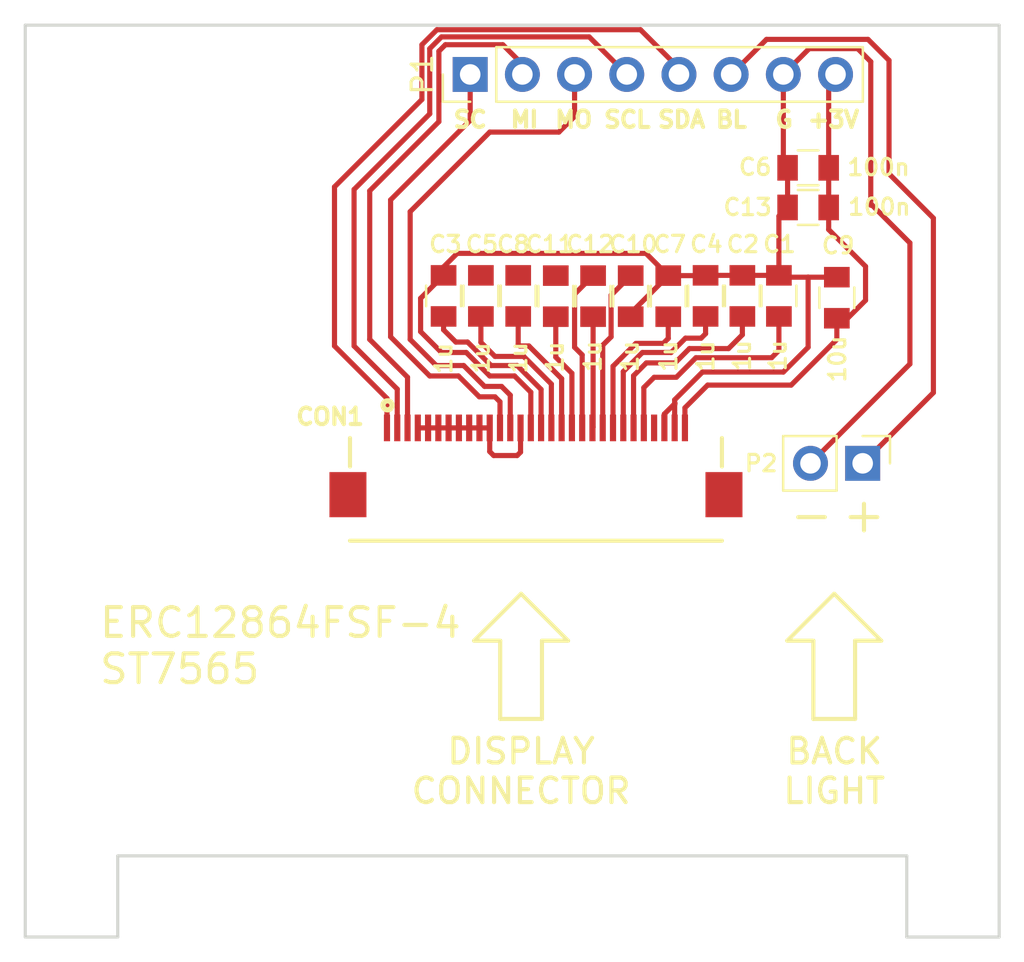
<source format=kicad_pcb>
(kicad_pcb (version 4) (host pcbnew 4.0.7-e2-6376~61~ubuntu18.04.1)

  (general
    (links 45)
    (no_connects 3)
    (area 134.544999 50.724999 182.095001 95.276301)
    (thickness 1.6)
    (drawings 35)
    (tracks 186)
    (zones 0)
    (modules 20)
    (nets 21)
  )

  (page A4)
  (title_block
    (title pulseox-breakout-lcd-pcb)
    (date 2018-07-18)
    (rev 2.1)
    (company IRNAS)
  )

  (layers
    (0 F.Cu signal)
    (31 B.Cu signal)
    (32 B.Adhes user)
    (33 F.Adhes user)
    (34 B.Paste user)
    (35 F.Paste user)
    (36 B.SilkS user)
    (37 F.SilkS user)
    (38 B.Mask user)
    (39 F.Mask user)
    (40 Dwgs.User user)
    (41 Cmts.User user)
    (42 Eco1.User user)
    (43 Eco2.User user)
    (44 Edge.Cuts user)
    (45 Margin user hide)
    (46 B.CrtYd user hide)
    (47 F.CrtYd user hide)
    (48 B.Fab user hide)
    (49 F.Fab user hide)
  )

  (setup
    (last_trace_width 0.25)
    (trace_clearance 0.1)
    (zone_clearance 0.508)
    (zone_45_only no)
    (trace_min 0.2)
    (segment_width 0.2)
    (edge_width 0.15)
    (via_size 0.6)
    (via_drill 0.4)
    (via_min_size 0.4)
    (via_min_drill 0.3)
    (uvia_size 0.3)
    (uvia_drill 0.1)
    (uvias_allowed no)
    (uvia_min_size 0.2)
    (uvia_min_drill 0.1)
    (pcb_text_width 0.3)
    (pcb_text_size 1.5 1.5)
    (mod_edge_width 0.15)
    (mod_text_size 1 1)
    (mod_text_width 0.15)
    (pad_size 1.7 1.7)
    (pad_drill 1)
    (pad_to_mask_clearance 0.2)
    (aux_axis_origin 0 0)
    (visible_elements FFFFFF7F)
    (pcbplotparams
      (layerselection 0x00030_80000001)
      (usegerberextensions false)
      (excludeedgelayer true)
      (linewidth 0.100000)
      (plotframeref false)
      (viasonmask false)
      (mode 1)
      (useauxorigin false)
      (hpglpennumber 1)
      (hpglpenspeed 20)
      (hpglpendiameter 15)
      (hpglpenoverlay 2)
      (psnegative false)
      (psa4output false)
      (plotreference true)
      (plotvalue true)
      (plotinvisibletext false)
      (padsonsilk false)
      (subtractmaskfromsilk false)
      (outputformat 1)
      (mirror false)
      (drillshape 1)
      (scaleselection 1)
      (outputdirectory ""))
  )

  (net 0 "")
  (net 1 PA10/SDA)
  (net 2 PA9/SCL)
  (net 3 PA6/MISO)
  (net 4 +3V3)
  (net 5 PA5/SCK)
  (net 6 PA7/MOSI)
  (net 7 GND)
  (net 8 "Net-(C3-Pad2)")
  (net 9 "Net-(C5-Pad2)")
  (net 10 "Net-(C8-Pad2)")
  (net 11 "Net-(C11-Pad2)")
  (net 12 "Net-(C12-Pad1)")
  (net 13 "Net-(C12-Pad2)")
  (net 14 "Net-(C10-Pad2)")
  (net 15 "Net-(C7-Pad2)")
  (net 16 "Net-(C4-Pad2)")
  (net 17 "Net-(C2-Pad2)")
  (net 18 "Net-(C1-Pad2)")
  (net 19 B_LIGHT)
  (net 20 "Net-(C11-Pad1)")

  (net_class Default "This is the default net class."
    (clearance 0.1)
    (trace_width 0.25)
    (via_dia 0.6)
    (via_drill 0.4)
    (uvia_dia 0.3)
    (uvia_drill 0.1)
    (add_net +3V3)
    (add_net B_LIGHT)
    (add_net GND)
    (add_net "Net-(C1-Pad2)")
    (add_net "Net-(C10-Pad2)")
    (add_net "Net-(C11-Pad1)")
    (add_net "Net-(C11-Pad2)")
    (add_net "Net-(C12-Pad1)")
    (add_net "Net-(C12-Pad2)")
    (add_net "Net-(C2-Pad2)")
    (add_net "Net-(C3-Pad2)")
    (add_net "Net-(C4-Pad2)")
    (add_net "Net-(C5-Pad2)")
    (add_net "Net-(C7-Pad2)")
    (add_net "Net-(C8-Pad2)")
    (add_net PA10/SDA)
    (add_net PA5/SCK)
    (add_net PA6/MISO)
    (add_net PA7/MOSI)
    (add_net PA9/SCL)
  )

  (module "FH12-30S-0.5SH(55):FH12-30S-0.5SH(55)" (layer F.Cu) (tedit 5B4EFA00) (tstamp 5B4EF552)
    (at 159.4739 70.9041)
    (descr "FH12-30S-0.5SH(55)")
    (tags Connector)
    (path /5B4DBBF6)
    (attr smd)
    (fp_text reference CON1 (at -10.0203 -1.0414) (layer F.SilkS)
      (effects (font (size 0.8 0.8) (thickness 0.2)))
    )
    (fp_text value P3 (at -0.483 2.408) (layer F.SilkS) hide
      (effects (font (size 1.27 1.27) (thickness 0.254)))
    )
    (fp_line (start -9.05 0) (end 9.05 0) (layer Dwgs.User) (width 0.2))
    (fp_line (start 9.05 0) (end 9.05 5) (layer Dwgs.User) (width 0.2))
    (fp_line (start 9.05 5) (end -9.05 5) (layer Dwgs.User) (width 0.2))
    (fp_line (start -9.05 5) (end -9.05 0) (layer Dwgs.User) (width 0.2))
    (fp_line (start -9.05 5) (end 9.05 5) (layer F.SilkS) (width 0.2))
    (fp_line (start -9.05 0) (end -9.05 1.385) (layer F.SilkS) (width 0.2))
    (fp_line (start 9.05 0) (end 9.05 1.385) (layer F.SilkS) (width 0.2))
    (fp_circle (center -7.223 -1.593) (end -7.31591 -1.593) (layer F.SilkS) (width 0.254))
    (pad 1 smd rect (at -7.25 -0.493) (size 0.3 1.3) (layers F.Cu F.Paste F.Mask)
      (net 1 PA10/SDA))
    (pad 2 smd rect (at -6.75 -0.493) (size 0.3 1.3) (layers F.Cu F.Paste F.Mask)
      (net 2 PA9/SCL))
    (pad 3 smd rect (at -6.25 -0.493) (size 0.3 1.3) (layers F.Cu F.Paste F.Mask)
      (net 3 PA6/MISO))
    (pad 4 smd rect (at -5.75 -0.493) (size 0.3 1.3) (layers F.Cu F.Paste F.Mask)
      (net 4 +3V3))
    (pad 5 smd rect (at -5.25 -0.493) (size 0.3 1.3) (layers F.Cu F.Paste F.Mask)
      (net 4 +3V3))
    (pad 6 smd rect (at -4.75 -0.493) (size 0.3 1.3) (layers F.Cu F.Paste F.Mask)
      (net 4 +3V3))
    (pad 7 smd rect (at -4.25 -0.493) (size 0.3 1.3) (layers F.Cu F.Paste F.Mask)
      (net 4 +3V3))
    (pad 8 smd rect (at -3.75 -0.493) (size 0.3 1.3) (layers F.Cu F.Paste F.Mask)
      (net 4 +3V3))
    (pad 9 smd rect (at -3.25 -0.493) (size 0.3 1.3) (layers F.Cu F.Paste F.Mask)
      (net 4 +3V3))
    (pad 10 smd rect (at -2.75 -0.493) (size 0.3 1.3) (layers F.Cu F.Paste F.Mask)
      (net 4 +3V3))
    (pad 11 smd rect (at -2.25 -0.493) (size 0.3 1.3) (layers F.Cu F.Paste F.Mask)
      (net 4 +3V3))
    (pad 12 smd rect (at -1.75 -0.493) (size 0.3 1.3) (layers F.Cu F.Paste F.Mask)
      (net 5 PA5/SCK))
    (pad 13 smd rect (at -1.25 -0.493) (size 0.3 1.3) (layers F.Cu F.Paste F.Mask)
      (net 6 PA7/MOSI))
    (pad 14 smd rect (at -0.75 -0.493) (size 0.3 1.3) (layers F.Cu F.Paste F.Mask)
      (net 4 +3V3))
    (pad 15 smd rect (at -0.25 -0.493) (size 0.3 1.3) (layers F.Cu F.Paste F.Mask)
      (net 7 GND))
    (pad 16 smd rect (at 0.25 -0.493) (size 0.3 1.3) (layers F.Cu F.Paste F.Mask)
      (net 8 "Net-(C3-Pad2)"))
    (pad 17 smd rect (at 0.75 -0.493) (size 0.3 1.3) (layers F.Cu F.Paste F.Mask)
      (net 9 "Net-(C5-Pad2)"))
    (pad 18 smd rect (at 1.25 -0.493) (size 0.3 1.3) (layers F.Cu F.Paste F.Mask)
      (net 10 "Net-(C8-Pad2)"))
    (pad 19 smd rect (at 1.75 -0.493) (size 0.3 1.3) (layers F.Cu F.Paste F.Mask)
      (net 11 "Net-(C11-Pad2)"))
    (pad 20 smd rect (at 2.25 -0.493) (size 0.3 1.3) (layers F.Cu F.Paste F.Mask)
      (net 12 "Net-(C12-Pad1)"))
    (pad 21 smd rect (at 2.75 -0.493) (size 0.3 1.3) (layers F.Cu F.Paste F.Mask)
      (net 13 "Net-(C12-Pad2)"))
    (pad 22 smd rect (at 3.25 -0.493) (size 0.3 1.3) (layers F.Cu F.Paste F.Mask)
      (net 14 "Net-(C10-Pad2)"))
    (pad 23 smd rect (at 3.75 -0.493) (size 0.3 1.3) (layers F.Cu F.Paste F.Mask)
      (net 15 "Net-(C7-Pad2)"))
    (pad 24 smd rect (at 4.25 -0.493) (size 0.3 1.3) (layers F.Cu F.Paste F.Mask)
      (net 16 "Net-(C4-Pad2)"))
    (pad 25 smd rect (at 4.75 -0.493) (size 0.3 1.3) (layers F.Cu F.Paste F.Mask)
      (net 17 "Net-(C2-Pad2)"))
    (pad 26 smd rect (at 5.25 -0.493) (size 0.3 1.3) (layers F.Cu F.Paste F.Mask)
      (net 18 "Net-(C1-Pad2)"))
    (pad 27 smd rect (at 5.75 -0.493) (size 0.3 1.3) (layers F.Cu F.Paste F.Mask))
    (pad 28 smd rect (at 6.25 -0.493) (size 0.3 1.3) (layers F.Cu F.Paste F.Mask)
      (net 7 GND))
    (pad 29 smd rect (at 6.75 -0.493) (size 0.3 1.3) (layers F.Cu F.Paste F.Mask)
      (net 7 GND))
    (pad 30 smd rect (at 7.25 -0.493) (size 0.3 1.3) (layers F.Cu F.Paste F.Mask)
      (net 4 +3V3))
    (pad 31 smd rect (at -9.15 2.757) (size 1.8 2.2) (layers F.Cu F.Paste F.Mask))
    (pad 32 smd rect (at 9.15 2.757) (size 1.8 2.2) (layers F.Cu F.Paste F.Mask))
  )

  (module Mounting_Holes:MountingHole_3.2mm_M3 (layer F.Cu) (tedit 5B4EF469) (tstamp 5B4EF658)
    (at 179.7664 92.9534)
    (descr "Mounting Hole 3.2mm, no annular, M3")
    (tags "mounting hole 3.2mm no annular m3")
    (path /5B4F9153)
    (attr virtual)
    (fp_text reference MK4 (at 0 -4.2) (layer F.SilkS) hide
      (effects (font (size 1 1) (thickness 0.15)))
    )
    (fp_text value Mounting_Hole (at 0 4.2) (layer F.Fab) hide
      (effects (font (size 1 1) (thickness 0.15)))
    )
    (fp_text user %R (at 0.3 0) (layer F.Fab)
      (effects (font (size 1 1) (thickness 0.15)))
    )
    (fp_circle (center 0 0) (end 3.2 0) (layer Cmts.User) (width 0.15))
    (fp_circle (center 0 0) (end 3.45 0) (layer F.CrtYd) (width 0.05))
    (pad 1 np_thru_hole circle (at 0 0) (size 3.2 3.2) (drill 3.2) (layers *.Cu *.Mask))
  )

  (module Pin_Headers:Pin_Header_Straight_1x08_Pitch2.54mm (layer F.Cu) (tedit 5B4EF792) (tstamp 5B4EEEFA)
    (at 156.2735 53.2 90)
    (descr "Through hole straight pin header, 1x08, 2.54mm pitch, single row")
    (tags "Through hole pin header THT 1x08 2.54mm single row")
    (path /5B4F2FDF)
    (fp_text reference P1 (at 0 -2.33 90) (layer F.SilkS)
      (effects (font (size 1 1) (thickness 0.15)))
    )
    (fp_text value "Header 8" (at 0 20.11 90) (layer F.Fab) hide
      (effects (font (size 1 1) (thickness 0.15)))
    )
    (fp_line (start -0.635 -1.27) (end 1.27 -1.27) (layer F.Fab) (width 0.1))
    (fp_line (start 1.27 -1.27) (end 1.27 19.05) (layer F.Fab) (width 0.1))
    (fp_line (start 1.27 19.05) (end -1.27 19.05) (layer F.Fab) (width 0.1))
    (fp_line (start -1.27 19.05) (end -1.27 -0.635) (layer F.Fab) (width 0.1))
    (fp_line (start -1.27 -0.635) (end -0.635 -1.27) (layer F.Fab) (width 0.1))
    (fp_line (start -1.33 19.11) (end 1.33 19.11) (layer F.SilkS) (width 0.12))
    (fp_line (start -1.33 1.27) (end -1.33 19.11) (layer F.SilkS) (width 0.12))
    (fp_line (start 1.33 1.27) (end 1.33 19.11) (layer F.SilkS) (width 0.12))
    (fp_line (start -1.33 1.27) (end 1.33 1.27) (layer F.SilkS) (width 0.12))
    (fp_line (start -1.33 0) (end -1.33 -1.33) (layer F.SilkS) (width 0.12))
    (fp_line (start -1.33 -1.33) (end 0 -1.33) (layer F.SilkS) (width 0.12))
    (fp_line (start -1.8 -1.8) (end -1.8 19.55) (layer F.CrtYd) (width 0.05))
    (fp_line (start -1.8 19.55) (end 1.8 19.55) (layer F.CrtYd) (width 0.05))
    (fp_line (start 1.8 19.55) (end 1.8 -1.8) (layer F.CrtYd) (width 0.05))
    (fp_line (start 1.8 -1.8) (end -1.8 -1.8) (layer F.CrtYd) (width 0.05))
    (fp_text user %R (at 0 8.89 180) (layer F.Fab)
      (effects (font (size 1 1) (thickness 0.15)))
    )
    (pad 1 thru_hole rect (at 0 0 90) (size 1.7 1.7) (drill 1) (layers *.Cu *.Mask)
      (net 5 PA5/SCK))
    (pad 2 thru_hole oval (at 0 2.54 90) (size 1.7 1.7) (drill 1) (layers *.Cu *.Mask)
      (net 3 PA6/MISO))
    (pad 3 thru_hole oval (at 0 5.08 90) (size 1.7 1.7) (drill 1) (layers *.Cu *.Mask)
      (net 6 PA7/MOSI))
    (pad 4 thru_hole oval (at 0 7.62 90) (size 1.7 1.7) (drill 1) (layers *.Cu *.Mask)
      (net 2 PA9/SCL))
    (pad 5 thru_hole oval (at 0 10.16 90) (size 1.7 1.7) (drill 1) (layers *.Cu *.Mask)
      (net 1 PA10/SDA))
    (pad 6 thru_hole oval (at 0 12.7 90) (size 1.7 1.7) (drill 1) (layers *.Cu *.Mask)
      (net 19 B_LIGHT))
    (pad 7 thru_hole oval (at 0 15.24 90) (size 1.7 1.7) (drill 1) (layers *.Cu *.Mask)
      (net 7 GND))
    (pad 8 thru_hole oval (at 0 17.78 90) (size 1.7 1.7) (drill 1) (layers *.Cu *.Mask)
      (net 4 +3V3))
    (model ${KISYS3DMOD}/Pin_Headers.3dshapes/Pin_Header_Straight_1x08_Pitch2.54mm.wrl
      (at (xyz 0 0 0))
      (scale (xyz 1 1 1))
      (rotate (xyz 0 0 0))
    )
  )

  (module Pin_Headers:Pin_Header_Straight_1x02_Pitch2.54mm (layer F.Cu) (tedit 5B4EFE9E) (tstamp 5B4EEF10)
    (at 175.3743 72.136 270)
    (descr "Through hole straight pin header, 1x02, 2.54mm pitch, single row")
    (tags "Through hole pin header THT 1x02 2.54mm single row")
    (path /5B4F5200)
    (fp_text reference P2 (at 0 4.9403 360) (layer F.SilkS)
      (effects (font (size 0.8 0.8) (thickness 0.15)))
    )
    (fp_text value "Header 2" (at 0 4.87 270) (layer F.Fab) hide
      (effects (font (size 1 1) (thickness 0.15)))
    )
    (fp_line (start -0.635 -1.27) (end 1.27 -1.27) (layer F.Fab) (width 0.1))
    (fp_line (start 1.27 -1.27) (end 1.27 3.81) (layer F.Fab) (width 0.1))
    (fp_line (start 1.27 3.81) (end -1.27 3.81) (layer F.Fab) (width 0.1))
    (fp_line (start -1.27 3.81) (end -1.27 -0.635) (layer F.Fab) (width 0.1))
    (fp_line (start -1.27 -0.635) (end -0.635 -1.27) (layer F.Fab) (width 0.1))
    (fp_line (start -1.33 3.87) (end 1.33 3.87) (layer F.SilkS) (width 0.12))
    (fp_line (start -1.33 1.27) (end -1.33 3.87) (layer F.SilkS) (width 0.12))
    (fp_line (start 1.33 1.27) (end 1.33 3.87) (layer F.SilkS) (width 0.12))
    (fp_line (start -1.33 1.27) (end 1.33 1.27) (layer F.SilkS) (width 0.12))
    (fp_line (start -1.33 0) (end -1.33 -1.33) (layer F.SilkS) (width 0.12))
    (fp_line (start -1.33 -1.33) (end 0 -1.33) (layer F.SilkS) (width 0.12))
    (fp_line (start -1.8 -1.8) (end -1.8 4.35) (layer F.CrtYd) (width 0.05))
    (fp_line (start -1.8 4.35) (end 1.8 4.35) (layer F.CrtYd) (width 0.05))
    (fp_line (start 1.8 4.35) (end 1.8 -1.8) (layer F.CrtYd) (width 0.05))
    (fp_line (start 1.8 -1.8) (end -1.8 -1.8) (layer F.CrtYd) (width 0.05))
    (fp_text user %R (at 0 1.27 360) (layer F.Fab)
      (effects (font (size 1 1) (thickness 0.15)))
    )
    (pad 1 thru_hole rect (at 0 0 270) (size 1.7 1.7) (drill 1) (layers *.Cu *.Mask)
      (net 19 B_LIGHT))
    (pad 2 thru_hole oval (at 0 2.54 270) (size 1.7 1.7) (drill 1) (layers *.Cu *.Mask)
      (net 7 GND))
    (model ${KISYS3DMOD}/Pin_Headers.3dshapes/Pin_Header_Straight_1x02_Pitch2.54mm.wrl
      (at (xyz 0 0 0))
      (scale (xyz 1 1 1))
      (rotate (xyz 0 0 0))
    )
  )

  (module Capacitors_SMD:C_0805 (layer F.Cu) (tedit 5B4EFF0F) (tstamp 5B4EEF52)
    (at 171.2976 63.9826 270)
    (descr "Capacitor SMD 0805, reflow soldering, AVX (see smccp.pdf)")
    (tags "capacitor 0805")
    (path /5B4EEAE7)
    (attr smd)
    (fp_text reference C1 (at -2.5146 -0.0254 360) (layer F.SilkS)
      (effects (font (size 0.8 0.8) (thickness 0.15)))
    )
    (fp_text value 1u (at 2.9083 0.0508 270) (layer F.SilkS)
      (effects (font (size 0.8 0.8) (thickness 0.15)))
    )
    (fp_text user %R (at 0 -1.5 270) (layer F.Fab)
      (effects (font (size 1 1) (thickness 0.15)))
    )
    (fp_line (start -1 0.62) (end -1 -0.62) (layer F.Fab) (width 0.1))
    (fp_line (start 1 0.62) (end -1 0.62) (layer F.Fab) (width 0.1))
    (fp_line (start 1 -0.62) (end 1 0.62) (layer F.Fab) (width 0.1))
    (fp_line (start -1 -0.62) (end 1 -0.62) (layer F.Fab) (width 0.1))
    (fp_line (start 0.5 -0.85) (end -0.5 -0.85) (layer F.SilkS) (width 0.12))
    (fp_line (start -0.5 0.85) (end 0.5 0.85) (layer F.SilkS) (width 0.12))
    (fp_line (start -1.75 -0.88) (end 1.75 -0.88) (layer F.CrtYd) (width 0.05))
    (fp_line (start -1.75 -0.88) (end -1.75 0.87) (layer F.CrtYd) (width 0.05))
    (fp_line (start 1.75 0.87) (end 1.75 -0.88) (layer F.CrtYd) (width 0.05))
    (fp_line (start 1.75 0.87) (end -1.75 0.87) (layer F.CrtYd) (width 0.05))
    (pad 1 smd rect (at -1 0 270) (size 1 1.25) (layers F.Cu F.Paste F.Mask)
      (net 7 GND))
    (pad 2 smd rect (at 1 0 270) (size 1 1.25) (layers F.Cu F.Paste F.Mask)
      (net 18 "Net-(C1-Pad2)"))
    (model Capacitors_SMD.3dshapes/C_0805.wrl
      (at (xyz 0 0 0))
      (scale (xyz 1 1 1))
      (rotate (xyz 0 0 0))
    )
  )

  (module Capacitors_SMD:C_0805 (layer F.Cu) (tedit 5B4EFF0B) (tstamp 5B4EEF58)
    (at 169.5196 63.9826 270)
    (descr "Capacitor SMD 0805, reflow soldering, AVX (see smccp.pdf)")
    (tags "capacitor 0805")
    (path /5B4EEC3C)
    (attr smd)
    (fp_text reference C2 (at -2.5146 -0.0254 360) (layer F.SilkS)
      (effects (font (size 0.8 0.8) (thickness 0.15)))
    )
    (fp_text value 1u (at 2.9083 0.0127 270) (layer F.SilkS)
      (effects (font (size 0.8 0.8) (thickness 0.15)))
    )
    (fp_text user %R (at 0 -1.5 270) (layer F.Fab)
      (effects (font (size 1 1) (thickness 0.15)))
    )
    (fp_line (start -1 0.62) (end -1 -0.62) (layer F.Fab) (width 0.1))
    (fp_line (start 1 0.62) (end -1 0.62) (layer F.Fab) (width 0.1))
    (fp_line (start 1 -0.62) (end 1 0.62) (layer F.Fab) (width 0.1))
    (fp_line (start -1 -0.62) (end 1 -0.62) (layer F.Fab) (width 0.1))
    (fp_line (start 0.5 -0.85) (end -0.5 -0.85) (layer F.SilkS) (width 0.12))
    (fp_line (start -0.5 0.85) (end 0.5 0.85) (layer F.SilkS) (width 0.12))
    (fp_line (start -1.75 -0.88) (end 1.75 -0.88) (layer F.CrtYd) (width 0.05))
    (fp_line (start -1.75 -0.88) (end -1.75 0.87) (layer F.CrtYd) (width 0.05))
    (fp_line (start 1.75 0.87) (end 1.75 -0.88) (layer F.CrtYd) (width 0.05))
    (fp_line (start 1.75 0.87) (end -1.75 0.87) (layer F.CrtYd) (width 0.05))
    (pad 1 smd rect (at -1 0 270) (size 1 1.25) (layers F.Cu F.Paste F.Mask)
      (net 7 GND))
    (pad 2 smd rect (at 1 0 270) (size 1 1.25) (layers F.Cu F.Paste F.Mask)
      (net 17 "Net-(C2-Pad2)"))
    (model Capacitors_SMD.3dshapes/C_0805.wrl
      (at (xyz 0 0 0))
      (scale (xyz 1 1 1))
      (rotate (xyz 0 0 0))
    )
  )

  (module Capacitors_SMD:C_0805 (layer F.Cu) (tedit 5B4EFEFA) (tstamp 5B4EEF5E)
    (at 154.9781 63.9826 270)
    (descr "Capacitor SMD 0805, reflow soldering, AVX (see smccp.pdf)")
    (tags "capacitor 0805")
    (path /5B4F04D7)
    (attr smd)
    (fp_text reference C3 (at -2.5146 -0.0889 360) (layer F.SilkS)
      (effects (font (size 0.8 0.8) (thickness 0.15)))
    )
    (fp_text value 1u (at 3.048 0 270) (layer F.SilkS)
      (effects (font (size 0.8 0.8) (thickness 0.15)))
    )
    (fp_text user %R (at 0 -1.5 270) (layer F.Fab)
      (effects (font (size 1 1) (thickness 0.15)))
    )
    (fp_line (start -1 0.62) (end -1 -0.62) (layer F.Fab) (width 0.1))
    (fp_line (start 1 0.62) (end -1 0.62) (layer F.Fab) (width 0.1))
    (fp_line (start 1 -0.62) (end 1 0.62) (layer F.Fab) (width 0.1))
    (fp_line (start -1 -0.62) (end 1 -0.62) (layer F.Fab) (width 0.1))
    (fp_line (start 0.5 -0.85) (end -0.5 -0.85) (layer F.SilkS) (width 0.12))
    (fp_line (start -0.5 0.85) (end 0.5 0.85) (layer F.SilkS) (width 0.12))
    (fp_line (start -1.75 -0.88) (end 1.75 -0.88) (layer F.CrtYd) (width 0.05))
    (fp_line (start -1.75 -0.88) (end -1.75 0.87) (layer F.CrtYd) (width 0.05))
    (fp_line (start 1.75 0.87) (end 1.75 -0.88) (layer F.CrtYd) (width 0.05))
    (fp_line (start 1.75 0.87) (end -1.75 0.87) (layer F.CrtYd) (width 0.05))
    (pad 1 smd rect (at -1 0 270) (size 1 1.25) (layers F.Cu F.Paste F.Mask)
      (net 7 GND))
    (pad 2 smd rect (at 1 0 270) (size 1 1.25) (layers F.Cu F.Paste F.Mask)
      (net 8 "Net-(C3-Pad2)"))
    (model Capacitors_SMD.3dshapes/C_0805.wrl
      (at (xyz 0 0 0))
      (scale (xyz 1 1 1))
      (rotate (xyz 0 0 0))
    )
  )

  (module Capacitors_SMD:C_0805 (layer F.Cu) (tedit 5B4EFF09) (tstamp 5B4EEF64)
    (at 167.7289 63.9826 270)
    (descr "Capacitor SMD 0805, reflow soldering, AVX (see smccp.pdf)")
    (tags "capacitor 0805")
    (path /5B4EECA4)
    (attr smd)
    (fp_text reference C4 (at -2.5146 -0.0381 360) (layer F.SilkS)
      (effects (font (size 0.8 0.8) (thickness 0.15)))
    )
    (fp_text value 1u (at 2.9337 0 270) (layer F.SilkS)
      (effects (font (size 0.8 0.8) (thickness 0.15)))
    )
    (fp_text user %R (at 0 -1.5 270) (layer F.Fab)
      (effects (font (size 1 1) (thickness 0.15)))
    )
    (fp_line (start -1 0.62) (end -1 -0.62) (layer F.Fab) (width 0.1))
    (fp_line (start 1 0.62) (end -1 0.62) (layer F.Fab) (width 0.1))
    (fp_line (start 1 -0.62) (end 1 0.62) (layer F.Fab) (width 0.1))
    (fp_line (start -1 -0.62) (end 1 -0.62) (layer F.Fab) (width 0.1))
    (fp_line (start 0.5 -0.85) (end -0.5 -0.85) (layer F.SilkS) (width 0.12))
    (fp_line (start -0.5 0.85) (end 0.5 0.85) (layer F.SilkS) (width 0.12))
    (fp_line (start -1.75 -0.88) (end 1.75 -0.88) (layer F.CrtYd) (width 0.05))
    (fp_line (start -1.75 -0.88) (end -1.75 0.87) (layer F.CrtYd) (width 0.05))
    (fp_line (start 1.75 0.87) (end 1.75 -0.88) (layer F.CrtYd) (width 0.05))
    (fp_line (start 1.75 0.87) (end -1.75 0.87) (layer F.CrtYd) (width 0.05))
    (pad 1 smd rect (at -1 0 270) (size 1 1.25) (layers F.Cu F.Paste F.Mask)
      (net 7 GND))
    (pad 2 smd rect (at 1 0 270) (size 1 1.25) (layers F.Cu F.Paste F.Mask)
      (net 16 "Net-(C4-Pad2)"))
    (model Capacitors_SMD.3dshapes/C_0805.wrl
      (at (xyz 0 0 0))
      (scale (xyz 1 1 1))
      (rotate (xyz 0 0 0))
    )
  )

  (module Capacitors_SMD:C_0805 (layer F.Cu) (tedit 5B4EFEFC) (tstamp 5B4EEF6A)
    (at 156.7942 63.9826 270)
    (descr "Capacitor SMD 0805, reflow soldering, AVX (see smccp.pdf)")
    (tags "capacitor 0805")
    (path /5B4EFF11)
    (attr smd)
    (fp_text reference C5 (at -2.5146 -0.0508 360) (layer F.SilkS)
      (effects (font (size 0.8 0.8) (thickness 0.15)))
    )
    (fp_text value 1u (at 3.0226 0 270) (layer F.SilkS)
      (effects (font (size 0.8 0.8) (thickness 0.15)))
    )
    (fp_text user %R (at 0 -1.5 270) (layer F.Fab)
      (effects (font (size 1 1) (thickness 0.15)))
    )
    (fp_line (start -1 0.62) (end -1 -0.62) (layer F.Fab) (width 0.1))
    (fp_line (start 1 0.62) (end -1 0.62) (layer F.Fab) (width 0.1))
    (fp_line (start 1 -0.62) (end 1 0.62) (layer F.Fab) (width 0.1))
    (fp_line (start -1 -0.62) (end 1 -0.62) (layer F.Fab) (width 0.1))
    (fp_line (start 0.5 -0.85) (end -0.5 -0.85) (layer F.SilkS) (width 0.12))
    (fp_line (start -0.5 0.85) (end 0.5 0.85) (layer F.SilkS) (width 0.12))
    (fp_line (start -1.75 -0.88) (end 1.75 -0.88) (layer F.CrtYd) (width 0.05))
    (fp_line (start -1.75 -0.88) (end -1.75 0.87) (layer F.CrtYd) (width 0.05))
    (fp_line (start 1.75 0.87) (end 1.75 -0.88) (layer F.CrtYd) (width 0.05))
    (fp_line (start 1.75 0.87) (end -1.75 0.87) (layer F.CrtYd) (width 0.05))
    (pad 1 smd rect (at -1 0 270) (size 1 1.25) (layers F.Cu F.Paste F.Mask)
      (net 20 "Net-(C11-Pad1)"))
    (pad 2 smd rect (at 1 0 270) (size 1 1.25) (layers F.Cu F.Paste F.Mask)
      (net 9 "Net-(C5-Pad2)"))
    (model Capacitors_SMD.3dshapes/C_0805.wrl
      (at (xyz 0 0 0))
      (scale (xyz 1 1 1))
      (rotate (xyz 0 0 0))
    )
  )

  (module Capacitors_SMD:C_0805 (layer F.Cu) (tedit 5B4EFA32) (tstamp 5B4EEF70)
    (at 172.72 57.7469)
    (descr "Capacitor SMD 0805, reflow soldering, AVX (see smccp.pdf)")
    (tags "capacitor 0805")
    (path /5B4F1657)
    (attr smd)
    (fp_text reference C6 (at -2.5781 -0.0381) (layer F.SilkS)
      (effects (font (size 0.8 0.8) (thickness 0.15)))
    )
    (fp_text value 100n (at 3.429 -0.0254) (layer F.SilkS)
      (effects (font (size 0.8 0.8) (thickness 0.15)))
    )
    (fp_text user %R (at 0 -1.5) (layer F.Fab)
      (effects (font (size 1 1) (thickness 0.15)))
    )
    (fp_line (start -1 0.62) (end -1 -0.62) (layer F.Fab) (width 0.1))
    (fp_line (start 1 0.62) (end -1 0.62) (layer F.Fab) (width 0.1))
    (fp_line (start 1 -0.62) (end 1 0.62) (layer F.Fab) (width 0.1))
    (fp_line (start -1 -0.62) (end 1 -0.62) (layer F.Fab) (width 0.1))
    (fp_line (start 0.5 -0.85) (end -0.5 -0.85) (layer F.SilkS) (width 0.12))
    (fp_line (start -0.5 0.85) (end 0.5 0.85) (layer F.SilkS) (width 0.12))
    (fp_line (start -1.75 -0.88) (end 1.75 -0.88) (layer F.CrtYd) (width 0.05))
    (fp_line (start -1.75 -0.88) (end -1.75 0.87) (layer F.CrtYd) (width 0.05))
    (fp_line (start 1.75 0.87) (end 1.75 -0.88) (layer F.CrtYd) (width 0.05))
    (fp_line (start 1.75 0.87) (end -1.75 0.87) (layer F.CrtYd) (width 0.05))
    (pad 1 smd rect (at -1 0) (size 1 1.25) (layers F.Cu F.Paste F.Mask)
      (net 7 GND))
    (pad 2 smd rect (at 1 0) (size 1 1.25) (layers F.Cu F.Paste F.Mask)
      (net 4 +3V3))
    (model Capacitors_SMD.3dshapes/C_0805.wrl
      (at (xyz 0 0 0))
      (scale (xyz 1 1 1))
      (rotate (xyz 0 0 0))
    )
  )

  (module Capacitors_SMD:C_0805 (layer F.Cu) (tedit 5B4EFF06) (tstamp 5B4EEF76)
    (at 165.9128 63.9953 270)
    (descr "Capacitor SMD 0805, reflow soldering, AVX (see smccp.pdf)")
    (tags "capacitor 0805")
    (path /5B4EECFC)
    (attr smd)
    (fp_text reference C7 (at -2.5273 -0.0762 360) (layer F.SilkS)
      (effects (font (size 0.8 0.8) (thickness 0.15)))
    )
    (fp_text value 1u (at 2.921 -0.0127 270) (layer F.SilkS)
      (effects (font (size 0.8 0.8) (thickness 0.15)))
    )
    (fp_text user %R (at 0 -1.5 270) (layer F.Fab)
      (effects (font (size 1 1) (thickness 0.15)))
    )
    (fp_line (start -1 0.62) (end -1 -0.62) (layer F.Fab) (width 0.1))
    (fp_line (start 1 0.62) (end -1 0.62) (layer F.Fab) (width 0.1))
    (fp_line (start 1 -0.62) (end 1 0.62) (layer F.Fab) (width 0.1))
    (fp_line (start -1 -0.62) (end 1 -0.62) (layer F.Fab) (width 0.1))
    (fp_line (start 0.5 -0.85) (end -0.5 -0.85) (layer F.SilkS) (width 0.12))
    (fp_line (start -0.5 0.85) (end 0.5 0.85) (layer F.SilkS) (width 0.12))
    (fp_line (start -1.75 -0.88) (end 1.75 -0.88) (layer F.CrtYd) (width 0.05))
    (fp_line (start -1.75 -0.88) (end -1.75 0.87) (layer F.CrtYd) (width 0.05))
    (fp_line (start 1.75 0.87) (end 1.75 -0.88) (layer F.CrtYd) (width 0.05))
    (fp_line (start 1.75 0.87) (end -1.75 0.87) (layer F.CrtYd) (width 0.05))
    (pad 1 smd rect (at -1 0 270) (size 1 1.25) (layers F.Cu F.Paste F.Mask)
      (net 7 GND))
    (pad 2 smd rect (at 1 0 270) (size 1 1.25) (layers F.Cu F.Paste F.Mask)
      (net 15 "Net-(C7-Pad2)"))
    (model Capacitors_SMD.3dshapes/C_0805.wrl
      (at (xyz 0 0 0))
      (scale (xyz 1 1 1))
      (rotate (xyz 0 0 0))
    )
  )

  (module Capacitors_SMD:C_0805 (layer F.Cu) (tedit 5B4EFEFE) (tstamp 5B4EEF7C)
    (at 158.6103 63.9826 270)
    (descr "Capacitor SMD 0805, reflow soldering, AVX (see smccp.pdf)")
    (tags "capacitor 0805")
    (path /5B4EFBC4)
    (attr smd)
    (fp_text reference C8 (at -2.5146 0.2413 360) (layer F.SilkS)
      (effects (font (size 0.8 0.8) (thickness 0.15)))
    )
    (fp_text value 1u (at 3.0099 -0.0127 270) (layer F.SilkS)
      (effects (font (size 0.8 0.8) (thickness 0.15)))
    )
    (fp_text user %R (at 0 -1.5 270) (layer F.Fab)
      (effects (font (size 1 1) (thickness 0.15)))
    )
    (fp_line (start -1 0.62) (end -1 -0.62) (layer F.Fab) (width 0.1))
    (fp_line (start 1 0.62) (end -1 0.62) (layer F.Fab) (width 0.1))
    (fp_line (start 1 -0.62) (end 1 0.62) (layer F.Fab) (width 0.1))
    (fp_line (start -1 -0.62) (end 1 -0.62) (layer F.Fab) (width 0.1))
    (fp_line (start 0.5 -0.85) (end -0.5 -0.85) (layer F.SilkS) (width 0.12))
    (fp_line (start -0.5 0.85) (end 0.5 0.85) (layer F.SilkS) (width 0.12))
    (fp_line (start -1.75 -0.88) (end 1.75 -0.88) (layer F.CrtYd) (width 0.05))
    (fp_line (start -1.75 -0.88) (end -1.75 0.87) (layer F.CrtYd) (width 0.05))
    (fp_line (start 1.75 0.87) (end 1.75 -0.88) (layer F.CrtYd) (width 0.05))
    (fp_line (start 1.75 0.87) (end -1.75 0.87) (layer F.CrtYd) (width 0.05))
    (pad 1 smd rect (at -1 0 270) (size 1 1.25) (layers F.Cu F.Paste F.Mask)
      (net 20 "Net-(C11-Pad1)"))
    (pad 2 smd rect (at 1 0 270) (size 1 1.25) (layers F.Cu F.Paste F.Mask)
      (net 10 "Net-(C8-Pad2)"))
    (model Capacitors_SMD.3dshapes/C_0805.wrl
      (at (xyz 0 0 0))
      (scale (xyz 1 1 1))
      (rotate (xyz 0 0 0))
    )
  )

  (module Capacitors_SMD:C_0805 (layer F.Cu) (tedit 5B4EFF11) (tstamp 5B4EEF82)
    (at 174.117 64.0715 270)
    (descr "Capacitor SMD 0805, reflow soldering, AVX (see smccp.pdf)")
    (tags "capacitor 0805")
    (path /5B4F1524)
    (attr smd)
    (fp_text reference C9 (at -2.54 -0.0635 360) (layer F.SilkS)
      (effects (font (size 0.8 0.8) (thickness 0.15)))
    )
    (fp_text value 10u (at 2.9845 -0.0254 270) (layer F.SilkS)
      (effects (font (size 0.8 0.8) (thickness 0.15)))
    )
    (fp_text user %R (at 0 -1.5 270) (layer F.Fab)
      (effects (font (size 1 1) (thickness 0.15)))
    )
    (fp_line (start -1 0.62) (end -1 -0.62) (layer F.Fab) (width 0.1))
    (fp_line (start 1 0.62) (end -1 0.62) (layer F.Fab) (width 0.1))
    (fp_line (start 1 -0.62) (end 1 0.62) (layer F.Fab) (width 0.1))
    (fp_line (start -1 -0.62) (end 1 -0.62) (layer F.Fab) (width 0.1))
    (fp_line (start 0.5 -0.85) (end -0.5 -0.85) (layer F.SilkS) (width 0.12))
    (fp_line (start -0.5 0.85) (end 0.5 0.85) (layer F.SilkS) (width 0.12))
    (fp_line (start -1.75 -0.88) (end 1.75 -0.88) (layer F.CrtYd) (width 0.05))
    (fp_line (start -1.75 -0.88) (end -1.75 0.87) (layer F.CrtYd) (width 0.05))
    (fp_line (start 1.75 0.87) (end 1.75 -0.88) (layer F.CrtYd) (width 0.05))
    (fp_line (start 1.75 0.87) (end -1.75 0.87) (layer F.CrtYd) (width 0.05))
    (pad 1 smd rect (at -1 0 270) (size 1 1.25) (layers F.Cu F.Paste F.Mask)
      (net 7 GND))
    (pad 2 smd rect (at 1 0 270) (size 1 1.25) (layers F.Cu F.Paste F.Mask)
      (net 4 +3V3))
    (model Capacitors_SMD.3dshapes/C_0805.wrl
      (at (xyz 0 0 0))
      (scale (xyz 1 1 1))
      (rotate (xyz 0 0 0))
    )
  )

  (module Capacitors_SMD:C_0805 (layer F.Cu) (tedit 5B4EFF04) (tstamp 5B4EEF88)
    (at 164.084 63.9953 90)
    (descr "Capacitor SMD 0805, reflow soldering, AVX (see smccp.pdf)")
    (tags "capacitor 0805")
    (path /5B4EED23)
    (attr smd)
    (fp_text reference C10 (at 2.5273 0.127 180) (layer F.SilkS)
      (effects (font (size 0.8 0.8) (thickness 0.15)))
    )
    (fp_text value 1u (at -2.9337 -0.0381 90) (layer F.SilkS)
      (effects (font (size 0.8 0.8) (thickness 0.15)))
    )
    (fp_text user %R (at 0 -1.5 90) (layer F.Fab)
      (effects (font (size 1 1) (thickness 0.15)))
    )
    (fp_line (start -1 0.62) (end -1 -0.62) (layer F.Fab) (width 0.1))
    (fp_line (start 1 0.62) (end -1 0.62) (layer F.Fab) (width 0.1))
    (fp_line (start 1 -0.62) (end 1 0.62) (layer F.Fab) (width 0.1))
    (fp_line (start -1 -0.62) (end 1 -0.62) (layer F.Fab) (width 0.1))
    (fp_line (start 0.5 -0.85) (end -0.5 -0.85) (layer F.SilkS) (width 0.12))
    (fp_line (start -0.5 0.85) (end 0.5 0.85) (layer F.SilkS) (width 0.12))
    (fp_line (start -1.75 -0.88) (end 1.75 -0.88) (layer F.CrtYd) (width 0.05))
    (fp_line (start -1.75 -0.88) (end -1.75 0.87) (layer F.CrtYd) (width 0.05))
    (fp_line (start 1.75 0.87) (end 1.75 -0.88) (layer F.CrtYd) (width 0.05))
    (fp_line (start 1.75 0.87) (end -1.75 0.87) (layer F.CrtYd) (width 0.05))
    (pad 1 smd rect (at -1 0 90) (size 1 1.25) (layers F.Cu F.Paste F.Mask)
      (net 7 GND))
    (pad 2 smd rect (at 1 0 90) (size 1 1.25) (layers F.Cu F.Paste F.Mask)
      (net 14 "Net-(C10-Pad2)"))
    (model Capacitors_SMD.3dshapes/C_0805.wrl
      (at (xyz 0 0 0))
      (scale (xyz 1 1 1))
      (rotate (xyz 0 0 0))
    )
  )

  (module Capacitors_SMD:C_0805 (layer F.Cu) (tedit 5B4EFF01) (tstamp 5B4EEF8E)
    (at 160.4391 63.9953 270)
    (descr "Capacitor SMD 0805, reflow soldering, AVX (see smccp.pdf)")
    (tags "capacitor 0805")
    (path /5B4EF839)
    (attr smd)
    (fp_text reference C11 (at -2.5273 0.2921 360) (layer F.SilkS)
      (effects (font (size 0.8 0.8) (thickness 0.15)))
    )
    (fp_text value 1u (at 2.9718 0.0381 270) (layer F.SilkS)
      (effects (font (size 0.8 0.8) (thickness 0.15)))
    )
    (fp_text user %R (at 0 -1.5 270) (layer F.Fab)
      (effects (font (size 1 1) (thickness 0.15)))
    )
    (fp_line (start -1 0.62) (end -1 -0.62) (layer F.Fab) (width 0.1))
    (fp_line (start 1 0.62) (end -1 0.62) (layer F.Fab) (width 0.1))
    (fp_line (start 1 -0.62) (end 1 0.62) (layer F.Fab) (width 0.1))
    (fp_line (start -1 -0.62) (end 1 -0.62) (layer F.Fab) (width 0.1))
    (fp_line (start 0.5 -0.85) (end -0.5 -0.85) (layer F.SilkS) (width 0.12))
    (fp_line (start -0.5 0.85) (end 0.5 0.85) (layer F.SilkS) (width 0.12))
    (fp_line (start -1.75 -0.88) (end 1.75 -0.88) (layer F.CrtYd) (width 0.05))
    (fp_line (start -1.75 -0.88) (end -1.75 0.87) (layer F.CrtYd) (width 0.05))
    (fp_line (start 1.75 0.87) (end 1.75 -0.88) (layer F.CrtYd) (width 0.05))
    (fp_line (start 1.75 0.87) (end -1.75 0.87) (layer F.CrtYd) (width 0.05))
    (pad 1 smd rect (at -1 0 270) (size 1 1.25) (layers F.Cu F.Paste F.Mask)
      (net 20 "Net-(C11-Pad1)"))
    (pad 2 smd rect (at 1 0 270) (size 1 1.25) (layers F.Cu F.Paste F.Mask)
      (net 11 "Net-(C11-Pad2)"))
    (model Capacitors_SMD.3dshapes/C_0805.wrl
      (at (xyz 0 0 0))
      (scale (xyz 1 1 1))
      (rotate (xyz 0 0 0))
    )
  )

  (module Capacitors_SMD:C_0805 (layer F.Cu) (tedit 5B4F0238) (tstamp 5B4EEF94)
    (at 162.2552 63.9953 270)
    (descr "Capacitor SMD 0805, reflow soldering, AVX (see smccp.pdf)")
    (tags "capacitor 0805")
    (path /5B4EF417)
    (attr smd)
    (fp_text reference C12 (at -2.5273 0.1397 360) (layer F.SilkS)
      (effects (font (size 0.8 0.8) (thickness 0.15)))
    )
    (fp_text value 1u (at 2.9337 0.0127 270) (layer F.SilkS)
      (effects (font (size 0.8 0.8) (thickness 0.15)))
    )
    (fp_text user %R (at 0 -1.5 270) (layer F.Fab)
      (effects (font (size 1 1) (thickness 0.15)))
    )
    (fp_line (start -1 0.62) (end -1 -0.62) (layer F.Fab) (width 0.1))
    (fp_line (start 1 0.62) (end -1 0.62) (layer F.Fab) (width 0.1))
    (fp_line (start 1 -0.62) (end 1 0.62) (layer F.Fab) (width 0.1))
    (fp_line (start -1 -0.62) (end 1 -0.62) (layer F.Fab) (width 0.1))
    (fp_line (start 0.5 -0.85) (end -0.5 -0.85) (layer F.SilkS) (width 0.12))
    (fp_line (start -0.5 0.85) (end 0.5 0.85) (layer F.SilkS) (width 0.12))
    (fp_line (start -1.75 -0.88) (end 1.75 -0.88) (layer F.CrtYd) (width 0.05))
    (fp_line (start -1.75 -0.88) (end -1.75 0.87) (layer F.CrtYd) (width 0.05))
    (fp_line (start 1.75 0.87) (end 1.75 -0.88) (layer F.CrtYd) (width 0.05))
    (fp_line (start 1.75 0.87) (end -1.75 0.87) (layer F.CrtYd) (width 0.05))
    (pad 1 smd rect (at -1 0 270) (size 1 1.25) (layers F.Cu F.Paste F.Mask)
      (net 12 "Net-(C12-Pad1)"))
    (pad 2 smd rect (at 1 0 270) (size 1 1.25) (layers F.Cu F.Paste F.Mask)
      (net 13 "Net-(C12-Pad2)"))
    (model Capacitors_SMD.3dshapes/C_0805.wrl
      (at (xyz 0 0 0))
      (scale (xyz 1 1 1))
      (rotate (xyz 0 0 0))
    )
  )

  (module Capacitors_SMD:C_0805 (layer F.Cu) (tedit 5B4EFA4D) (tstamp 5B4EEF9A)
    (at 172.72 59.6773)
    (descr "Capacitor SMD 0805, reflow soldering, AVX (see smccp.pdf)")
    (tags "capacitor 0805")
    (path /5B4F1415)
    (attr smd)
    (fp_text reference C13 (at -2.9464 -0.0127) (layer F.SilkS)
      (effects (font (size 0.8 0.8) (thickness 0.15)))
    )
    (fp_text value 100n (at 3.4671 -0.0254) (layer F.SilkS)
      (effects (font (size 0.8 0.8) (thickness 0.15)))
    )
    (fp_text user %R (at 0 -1.5) (layer F.Fab)
      (effects (font (size 1 1) (thickness 0.15)))
    )
    (fp_line (start -1 0.62) (end -1 -0.62) (layer F.Fab) (width 0.1))
    (fp_line (start 1 0.62) (end -1 0.62) (layer F.Fab) (width 0.1))
    (fp_line (start 1 -0.62) (end 1 0.62) (layer F.Fab) (width 0.1))
    (fp_line (start -1 -0.62) (end 1 -0.62) (layer F.Fab) (width 0.1))
    (fp_line (start 0.5 -0.85) (end -0.5 -0.85) (layer F.SilkS) (width 0.12))
    (fp_line (start -0.5 0.85) (end 0.5 0.85) (layer F.SilkS) (width 0.12))
    (fp_line (start -1.75 -0.88) (end 1.75 -0.88) (layer F.CrtYd) (width 0.05))
    (fp_line (start -1.75 -0.88) (end -1.75 0.87) (layer F.CrtYd) (width 0.05))
    (fp_line (start 1.75 0.87) (end 1.75 -0.88) (layer F.CrtYd) (width 0.05))
    (fp_line (start 1.75 0.87) (end -1.75 0.87) (layer F.CrtYd) (width 0.05))
    (pad 1 smd rect (at -1 0) (size 1 1.25) (layers F.Cu F.Paste F.Mask)
      (net 7 GND))
    (pad 2 smd rect (at 1 0) (size 1 1.25) (layers F.Cu F.Paste F.Mask)
      (net 4 +3V3))
    (model Capacitors_SMD.3dshapes/C_0805.wrl
      (at (xyz 0 0 0))
      (scale (xyz 1 1 1))
      (rotate (xyz 0 0 0))
    )
  )

  (module Mounting_Holes:MountingHole_3.2mm_M3 (layer F.Cu) (tedit 5B4EF4FB) (tstamp 5B4EF649)
    (at 136.87 53.05)
    (descr "Mounting Hole 3.2mm, no annular, M3")
    (tags "mounting hole 3.2mm no annular m3")
    (path /5B4F8F35)
    (attr virtual)
    (fp_text reference MK1 (at 0 -4.2) (layer F.SilkS) hide
      (effects (font (size 1 1) (thickness 0.15)))
    )
    (fp_text value Mounting_Hole (at 0 4.2) (layer F.Fab) hide
      (effects (font (size 1 1) (thickness 0.15)))
    )
    (fp_text user %R (at 0.3 0) (layer F.Fab)
      (effects (font (size 1 1) (thickness 0.15)))
    )
    (fp_circle (center 0 0) (end 3.2 0) (layer Cmts.User) (width 0.15))
    (fp_circle (center 0 0) (end 3.45 0) (layer F.CrtYd) (width 0.05))
    (pad 1 np_thru_hole circle (at 0 0) (size 3.2 3.2) (drill 3.2) (layers *.Cu *.Mask))
  )

  (module Mounting_Holes:MountingHole_3.2mm_M3 (layer F.Cu) (tedit 5B4EF4F6) (tstamp 5B4EF64E)
    (at 179.7664 53.05)
    (descr "Mounting Hole 3.2mm, no annular, M3")
    (tags "mounting hole 3.2mm no annular m3")
    (path /5B4F90E8)
    (attr virtual)
    (fp_text reference MK2 (at 0 -4.2) (layer F.SilkS) hide
      (effects (font (size 1 1) (thickness 0.15)))
    )
    (fp_text value Mounting_Hole (at 0 4.2) (layer F.Fab) hide
      (effects (font (size 1 1) (thickness 0.15)))
    )
    (fp_text user %R (at 0.3 0) (layer F.Fab)
      (effects (font (size 1 1) (thickness 0.15)))
    )
    (fp_circle (center 0 0) (end 3.2 0) (layer Cmts.User) (width 0.15))
    (fp_circle (center 0 0) (end 3.45 0) (layer F.CrtYd) (width 0.05))
    (pad 1 np_thru_hole circle (at 0 0) (size 3.2 3.2) (drill 3.2) (layers *.Cu *.Mask))
  )

  (module Mounting_Holes:MountingHole_3.2mm_M3 (layer F.Cu) (tedit 5B4EF4A3) (tstamp 5B4EF653)
    (at 136.8658 92.9534)
    (descr "Mounting Hole 3.2mm, no annular, M3")
    (tags "mounting hole 3.2mm no annular m3")
    (path /5B4F9088)
    (attr virtual)
    (fp_text reference MK3 (at 0 -4.2) (layer F.SilkS) hide
      (effects (font (size 1 1) (thickness 0.15)))
    )
    (fp_text value Mounting_Hole (at 0 4.2) (layer F.Fab) hide
      (effects (font (size 1 1) (thickness 0.15)))
    )
    (fp_text user %R (at 0.3 0) (layer F.Fab)
      (effects (font (size 1 1) (thickness 0.15)))
    )
    (fp_circle (center 0 0) (end 3.2 0) (layer Cmts.User) (width 0.15))
    (fp_circle (center 0 0) (end 3.45 0) (layer F.CrtYd) (width 0.05))
    (pad 1 np_thru_hole circle (at 0 0) (size 3.2 3.2) (drill 3.2) (layers *.Cu *.Mask))
  )

  (gr_text "BACK\nLIGHT" (at 173.99 87.122) (layer F.SilkS)
    (effects (font (size 1.2 1.2) (thickness 0.2)))
  )
  (gr_line (start 173.99 78.486) (end 176.276 80.772) (angle 90) (layer F.SilkS) (width 0.2))
  (gr_line (start 171.704 80.772) (end 173.99 78.486) (angle 90) (layer F.SilkS) (width 0.2))
  (gr_line (start 176.276 80.772) (end 175.006 80.772) (angle 90) (layer F.SilkS) (width 0.2) (tstamp 5B4EFE9B))
  (gr_line (start 172.974 80.772) (end 171.704 80.772) (angle 90) (layer F.SilkS) (width 0.2) (tstamp 5B4EFE99))
  (gr_line (start 175.006 84.582) (end 175.006 80.772) (angle 90) (layer F.SilkS) (width 0.2))
  (gr_line (start 172.974 84.582) (end 175.006 84.582) (angle 90) (layer F.SilkS) (width 0.2) (tstamp 5B4EFE95))
  (gr_line (start 172.974 80.772) (end 172.974 84.582) (angle 90) (layer F.SilkS) (width 0.2))
  (gr_text "DISPLAY\nCONNECTOR" (at 158.75 87.122) (layer F.SilkS)
    (effects (font (size 1.2 1.2) (thickness 0.2)))
  )
  (gr_line (start 157.734 84.582) (end 159.766 84.582) (angle 90) (layer F.SilkS) (width 0.2))
  (gr_line (start 157.734 80.772) (end 157.734 84.582) (angle 90) (layer F.SilkS) (width 0.2))
  (gr_line (start 157.734 80.772) (end 156.464 80.772) (angle 90) (layer F.SilkS) (width 0.2) (tstamp 5B4EFE2A))
  (gr_line (start 159.766 80.772) (end 159.766 84.582) (angle 90) (layer F.SilkS) (width 0.2))
  (gr_line (start 161.036 80.772) (end 159.766 80.772) (angle 90) (layer F.SilkS) (width 0.2))
  (gr_line (start 158.75 78.486) (end 161.036 80.772) (angle 90) (layer F.SilkS) (width 0.2))
  (gr_line (start 156.464 80.772) (end 158.75 78.486) (angle 90) (layer F.SilkS) (width 0.2))
  (gr_text "ERC12864FSF-4\nST7565" (at 138.1379 81.026) (layer F.SilkS)
    (effects (font (size 1.4 1.4) (thickness 0.2)) (justify left))
  )
  (gr_text - (at 172.8851 74.6252) (layer F.SilkS)
    (effects (font (size 1.7 1.7) (thickness 0.2)))
  )
  (gr_text + (at 175.4378 74.6252) (layer F.SilkS)
    (effects (font (size 1.7 1.7) (thickness 0.2)))
  )
  (gr_text SC (at 156.2735 55.3974) (layer F.SilkS)
    (effects (font (size 0.8 0.8) (thickness 0.2)))
  )
  (gr_text "MI\n" (at 158.9151 55.3974) (layer F.SilkS)
    (effects (font (size 0.8 0.8) (thickness 0.2)))
  )
  (gr_text MO (at 161.3154 55.3974) (layer F.SilkS)
    (effects (font (size 0.8 0.8) (thickness 0.2)))
  )
  (gr_text SCL (at 163.9189 55.3974) (layer F.SilkS)
    (effects (font (size 0.8 0.8) (thickness 0.2)))
  )
  (gr_text SDA (at 166.5605 55.3974) (layer F.SilkS)
    (effects (font (size 0.8 0.8) (thickness 0.2)))
  )
  (gr_text BL (at 168.9862 55.3974) (layer F.SilkS)
    (effects (font (size 0.8 0.8) (thickness 0.2)))
  )
  (gr_text G (at 171.5516 55.3974) (layer F.SilkS)
    (effects (font (size 0.8 0.8) (thickness 0.2)))
  )
  (gr_text +3V (at 173.9519 55.3974) (layer F.SilkS)
    (effects (font (size 0.8 0.8) (thickness 0.2)))
  )
  (gr_line (start 134.62 50.8) (end 134.62 95.2) (angle 90) (layer Edge.Cuts) (width 0.15) (tstamp 5B4EF058))
  (gr_line (start 139.12088 95.1992) (end 134.62088 95.1992) (angle 90) (layer Edge.Cuts) (width 0.15) (tstamp 5B4EF055))
  (gr_line (start 139.12088 95.1992) (end 139.12088 91.2492) (angle 90) (layer Edge.Cuts) (width 0.15) (tstamp 5B4EF04D))
  (gr_line (start 177.5206 91.2495) (end 139.1206 91.2495) (angle 90) (layer Edge.Cuts) (width 0.15))
  (gr_line (start 177.5206 95.1992) (end 177.5206 91.2492) (angle 90) (layer Edge.Cuts) (width 0.15))
  (gr_line (start 182.0164 95.2013) (end 177.5164 95.2013) (angle 90) (layer Edge.Cuts) (width 0.15))
  (gr_line (start 182.0164 50.8) (end 182.0164 95.2) (angle 90) (layer Edge.Cuts) (width 0.15))
  (gr_line (start 134.62 50.8) (end 182.02 50.8) (angle 90) (layer Edge.Cuts) (width 0.15))

  (segment (start 166.4335 53.2) (end 166.4335 52.8955) (width 0.25) (layer F.Cu) (net 1) (status C00000))
  (segment (start 166.4335 52.8955) (end 164.559498 51.021498) (width 0.25) (layer F.Cu) (net 1) (tstamp 5B4F0472) (status 400000))
  (segment (start 152.2239 68.9754) (end 152.2239 70.4111) (width 0.25) (layer F.Cu) (net 1) (tstamp 5B4F0481) (status 800000))
  (segment (start 149.6695 66.421) (end 152.2239 68.9754) (width 0.25) (layer F.Cu) (net 1) (tstamp 5B4F047F))
  (segment (start 149.6695 58.674) (end 149.6695 66.421) (width 0.25) (layer F.Cu) (net 1) (tstamp 5B4F047C))
  (segment (start 153.924 54.4195) (end 149.6695 58.674) (width 0.25) (layer F.Cu) (net 1) (tstamp 5B4F0477))
  (segment (start 153.924 51.7525) (end 153.924 54.4195) (width 0.25) (layer F.Cu) (net 1) (tstamp 5B4F0476))
  (segment (start 154.655002 51.021498) (end 153.924 51.7525) (width 0.25) (layer F.Cu) (net 1) (tstamp 5B4F0475))
  (segment (start 164.559498 51.021498) (end 154.655002 51.021498) (width 0.25) (layer F.Cu) (net 1) (tstamp 5B4F0473))
  (segment (start 166.4335 53.2) (end 166.4335 53.1495) (width 0.25) (layer F.Cu) (net 1) (status C00000))
  (segment (start 152.2239 70.4111) (end 152.2239 69.9279) (width 0.25) (layer F.Cu) (net 1))
  (segment (start 152.7239 70.4111) (end 152.7239 68.5229) (width 0.25) (layer F.Cu) (net 2) (status 400000))
  (segment (start 162.065 51.3715) (end 163.8935 53.2) (width 0.25) (layer F.Cu) (net 2) (tstamp 5B4F046E) (status 800000))
  (segment (start 154.8765 51.3715) (end 162.065 51.3715) (width 0.25) (layer F.Cu) (net 2) (tstamp 5B4F046C))
  (segment (start 154.305 51.943) (end 154.8765 51.3715) (width 0.25) (layer F.Cu) (net 2) (tstamp 5B4F046B))
  (segment (start 154.305 55.118) (end 154.305 51.943) (width 0.25) (layer F.Cu) (net 2) (tstamp 5B4F0469))
  (segment (start 150.622 58.801) (end 154.305 55.118) (width 0.25) (layer F.Cu) (net 2) (tstamp 5B4F0467))
  (segment (start 150.622 66.421) (end 150.622 58.801) (width 0.25) (layer F.Cu) (net 2) (tstamp 5B4F0464))
  (segment (start 152.7239 68.5229) (end 150.622 66.421) (width 0.25) (layer F.Cu) (net 2) (tstamp 5B4F0460))
  (segment (start 158.8135 53.2) (end 158.8135 52.705) (width 0.25) (layer F.Cu) (net 3) (status C00000))
  (segment (start 158.8135 52.705) (end 157.861 51.7525) (width 0.25) (layer F.Cu) (net 3) (tstamp 5B4F0408) (status 400000))
  (segment (start 157.861 51.7525) (end 155.067 51.7525) (width 0.25) (layer F.Cu) (net 3) (tstamp 5B4F0409))
  (segment (start 155.067 51.7525) (end 154.7495 52.07) (width 0.25) (layer F.Cu) (net 3) (tstamp 5B4F040A))
  (segment (start 154.7495 52.07) (end 154.7495 55.499) (width 0.25) (layer F.Cu) (net 3) (tstamp 5B4F040B))
  (segment (start 154.7495 55.499) (end 151.384 58.8645) (width 0.25) (layer F.Cu) (net 3) (tstamp 5B4F040C))
  (segment (start 151.384 58.8645) (end 151.384 66.1035) (width 0.25) (layer F.Cu) (net 3) (tstamp 5B4F0410))
  (segment (start 151.384 66.1035) (end 153.2239 67.9434) (width 0.25) (layer F.Cu) (net 3) (tstamp 5B4F0413))
  (segment (start 153.2239 67.9434) (end 153.2239 70.4111) (width 0.25) (layer F.Cu) (net 3) (tstamp 5B4F0415) (status 800000))
  (segment (start 166.7239 70.4111) (end 166.7239 69.4326) (width 0.25) (layer F.Cu) (net 4) (status 400000))
  (segment (start 174.117 66.1035) (end 174.117 65.0715) (width 0.25) (layer F.Cu) (net 4) (tstamp 5B4F03D5) (status 800000))
  (segment (start 171.8945 68.326) (end 174.117 66.1035) (width 0.25) (layer F.Cu) (net 4) (tstamp 5B4F03D3))
  (segment (start 167.8305 68.326) (end 171.8945 68.326) (width 0.25) (layer F.Cu) (net 4) (tstamp 5B4F03D1))
  (segment (start 166.7239 69.4326) (end 167.8305 68.326) (width 0.25) (layer F.Cu) (net 4) (tstamp 5B4F03D0))
  (segment (start 174.117 65.0715) (end 174.641 65.0715) (width 0.25) (layer F.Cu) (net 4) (status C00000))
  (segment (start 174.641 65.0715) (end 175.514 64.1985) (width 0.25) (layer F.Cu) (net 4) (tstamp 5B4F0367) (status 400000))
  (segment (start 175.514 64.1985) (end 175.514 62.5475) (width 0.25) (layer F.Cu) (net 4) (tstamp 5B4F0368))
  (segment (start 175.514 62.5475) (end 173.72 60.7535) (width 0.25) (layer F.Cu) (net 4) (tstamp 5B4F0369))
  (segment (start 173.72 60.7535) (end 173.72 59.6773) (width 0.25) (layer F.Cu) (net 4) (tstamp 5B4F036B) (status 800000))
  (segment (start 157.2239 70.4111) (end 157.2239 71.5624) (width 0.25) (layer F.Cu) (net 4) (status 400000))
  (segment (start 158.7239 71.5906) (end 158.7239 70.4111) (width 0.25) (layer F.Cu) (net 4) (tstamp 5B4F0314) (status 800000))
  (segment (start 158.5595 71.755) (end 158.7239 71.5906) (width 0.25) (layer F.Cu) (net 4) (tstamp 5B4F0313))
  (segment (start 157.4165 71.755) (end 158.5595 71.755) (width 0.25) (layer F.Cu) (net 4) (tstamp 5B4F0312))
  (segment (start 157.2239 71.5624) (end 157.4165 71.755) (width 0.25) (layer F.Cu) (net 4) (tstamp 5B4F0311))
  (segment (start 153.7239 70.4111) (end 154.2239 70.4111) (width 0.25) (layer F.Cu) (net 4))
  (segment (start 154.2239 70.4111) (end 154.7239 70.4111) (width 0.25) (layer F.Cu) (net 4) (tstamp 5B4EFF6A))
  (segment (start 154.7239 70.4111) (end 155.2239 70.4111) (width 0.25) (layer F.Cu) (net 4) (tstamp 5B4EFF6B))
  (segment (start 155.2239 70.4111) (end 155.7239 70.4111) (width 0.25) (layer F.Cu) (net 4) (tstamp 5B4EFF6C))
  (segment (start 155.7239 70.4111) (end 156.2239 70.4111) (width 0.25) (layer F.Cu) (net 4) (tstamp 5B4EFF6D))
  (segment (start 156.2239 70.4111) (end 156.7239 70.4111) (width 0.25) (layer F.Cu) (net 4) (tstamp 5B4EFF6E))
  (segment (start 156.7239 70.4111) (end 157.2239 70.4111) (width 0.25) (layer F.Cu) (net 4) (tstamp 5B4EFF6F))
  (segment (start 173.72 57.7469) (end 173.72 53.5335) (width 0.25) (layer F.Cu) (net 4))
  (segment (start 173.72 53.5335) (end 174.0535 53.2) (width 0.25) (layer F.Cu) (net 4) (tstamp 5B4EFF43))
  (segment (start 173.72 59.6773) (end 173.72 57.7469) (width 0.25) (layer F.Cu) (net 4))
  (segment (start 173.9773 59.6773) (end 173.72 59.6773) (width 0.25) (layer F.Cu) (net 4) (tstamp 5B4EFF3E))
  (segment (start 157.7239 70.4111) (end 157.7239 69.1414) (width 0.25) (layer F.Cu) (net 5) (status 400000))
  (segment (start 156.2735 55.4355) (end 156.2735 53.2) (width 0.25) (layer F.Cu) (net 5) (tstamp 5B4F0404) (status 800000))
  (segment (start 152.4 59.309) (end 156.2735 55.4355) (width 0.25) (layer F.Cu) (net 5) (tstamp 5B4F0402))
  (segment (start 152.4 65.9765) (end 152.4 59.309) (width 0.25) (layer F.Cu) (net 5) (tstamp 5B4F03FF))
  (segment (start 154.305 67.8815) (end 152.4 65.9765) (width 0.25) (layer F.Cu) (net 5) (tstamp 5B4F03FD))
  (segment (start 155.702 67.8815) (end 154.305 67.8815) (width 0.25) (layer F.Cu) (net 5) (tstamp 5B4F03FB))
  (segment (start 156.718 68.8975) (end 155.702 67.8815) (width 0.25) (layer F.Cu) (net 5) (tstamp 5B4F03FA))
  (segment (start 157.48 68.8975) (end 156.718 68.8975) (width 0.25) (layer F.Cu) (net 5) (tstamp 5B4F03F9))
  (segment (start 157.7239 69.1414) (end 157.48 68.8975) (width 0.25) (layer F.Cu) (net 5) (tstamp 5B4F03F8))
  (segment (start 158.2239 70.4111) (end 158.2239 68.8159) (width 0.25) (layer F.Cu) (net 6) (status 400000))
  (segment (start 161.3535 55.245) (end 161.3535 53.2) (width 0.25) (layer F.Cu) (net 6) (tstamp 5B4F03E8) (status 800000))
  (segment (start 160.5915 56.007) (end 161.3535 55.245) (width 0.25) (layer F.Cu) (net 6) (tstamp 5B4F03E7))
  (segment (start 157.226 56.007) (end 160.5915 56.007) (width 0.25) (layer F.Cu) (net 6) (tstamp 5B4F03E5))
  (segment (start 153.3525 59.8805) (end 157.226 56.007) (width 0.25) (layer F.Cu) (net 6) (tstamp 5B4F03E2))
  (segment (start 153.3525 66.1035) (end 153.3525 59.8805) (width 0.25) (layer F.Cu) (net 6) (tstamp 5B4F03E0))
  (segment (start 154.6225 67.3735) (end 153.3525 66.1035) (width 0.25) (layer F.Cu) (net 6) (tstamp 5B4F03DE))
  (segment (start 155.956 67.3735) (end 154.6225 67.3735) (width 0.25) (layer F.Cu) (net 6) (tstamp 5B4F03DC))
  (segment (start 156.972 68.3895) (end 155.956 67.3735) (width 0.25) (layer F.Cu) (net 6) (tstamp 5B4F03DB))
  (segment (start 157.7975 68.3895) (end 156.972 68.3895) (width 0.25) (layer F.Cu) (net 6) (tstamp 5B4F03DA))
  (segment (start 158.2239 68.8159) (end 157.7975 68.3895) (width 0.25) (layer F.Cu) (net 6) (tstamp 5B4F03D9))
  (segment (start 166.2239 69.2785) (end 166.2239 69.0436) (width 0.25) (layer F.Cu) (net 7))
  (segment (start 172.72 66.4845) (end 172.72 63.0715) (width 0.25) (layer F.Cu) (net 7) (tstamp 5B4F03CA))
  (segment (start 171.5135 67.691) (end 172.72 66.4845) (width 0.25) (layer F.Cu) (net 7) (tstamp 5B4F03C8))
  (segment (start 167.5765 67.691) (end 171.5135 67.691) (width 0.25) (layer F.Cu) (net 7) (tstamp 5B4F03C6))
  (segment (start 166.2239 69.0436) (end 167.5765 67.691) (width 0.25) (layer F.Cu) (net 7) (tstamp 5B4F03C5))
  (segment (start 175.768 59.563) (end 175.8315 59.563) (width 0.25) (layer F.Cu) (net 7))
  (segment (start 175.768 59.563) (end 175.768 52.578) (width 0.25) (layer F.Cu) (net 7) (tstamp 5B4F000A))
  (segment (start 175.768 52.578) (end 175.133 51.943) (width 0.25) (layer F.Cu) (net 7) (tstamp 5B4F000D))
  (segment (start 175.133 51.943) (end 172.7705 51.943) (width 0.25) (layer F.Cu) (net 7) (tstamp 5B4F000E))
  (segment (start 171.5135 53.2) (end 172.7705 51.943) (width 0.25) (layer F.Cu) (net 7) (tstamp 5B4F0010))
  (segment (start 177.673 67.2973) (end 172.8343 72.136) (width 0.25) (layer F.Cu) (net 7) (tstamp 5B4F0363) (status 800000))
  (segment (start 177.673 61.4045) (end 177.673 67.2973) (width 0.25) (layer F.Cu) (net 7) (tstamp 5B4F0360))
  (segment (start 175.8315 59.563) (end 177.673 61.4045) (width 0.25) (layer F.Cu) (net 7) (tstamp 5B4F035E))
  (segment (start 174.117 63.0715) (end 172.72 63.0715) (width 0.25) (layer F.Cu) (net 7) (status 400000))
  (segment (start 172.72 63.0715) (end 171.3865 63.0715) (width 0.25) (layer F.Cu) (net 7) (tstamp 5B4F03CE) (status 800000))
  (segment (start 171.3865 63.0715) (end 171.2976 62.9826) (width 0.25) (layer F.Cu) (net 7) (tstamp 5B4F034F) (status C00000))
  (segment (start 171.2976 62.9826) (end 171.2976 60.0997) (width 0.25) (layer F.Cu) (net 7) (status C00000))
  (segment (start 171.2976 60.0997) (end 171.72 59.6773) (width 0.25) (layer F.Cu) (net 7) (tstamp 5B4F034C) (status C00000))
  (segment (start 169.5196 62.9826) (end 171.2976 62.9826) (width 0.25) (layer F.Cu) (net 7) (status C00000))
  (segment (start 167.7289 62.9826) (end 169.5196 62.9826) (width 0.25) (layer F.Cu) (net 7) (status C00000))
  (segment (start 165.9128 62.9953) (end 167.7162 62.9953) (width 0.25) (layer F.Cu) (net 7) (status C00000))
  (segment (start 167.7162 62.9953) (end 167.7289 62.9826) (width 0.25) (layer F.Cu) (net 7) (tstamp 5B4F0345) (status C00000))
  (segment (start 154.9781 62.9826) (end 154.9781 62.5729) (width 0.25) (layer F.Cu) (net 7) (status C00000))
  (segment (start 154.9781 62.5729) (end 155.6385 61.9125) (width 0.25) (layer F.Cu) (net 7) (tstamp 5B4F033F) (status 400000))
  (segment (start 164.83 61.9125) (end 165.9128 62.9953) (width 0.25) (layer F.Cu) (net 7) (tstamp 5B4F0341) (status 800000))
  (segment (start 155.6385 61.9125) (end 164.83 61.9125) (width 0.25) (layer F.Cu) (net 7) (tstamp 5B4F0340))
  (segment (start 159.2239 70.4111) (end 159.2239 68.6729) (width 0.25) (layer F.Cu) (net 7) (status 400000))
  (segment (start 153.8605 64.1002) (end 154.9781 62.9826) (width 0.25) (layer F.Cu) (net 7) (tstamp 5B4F0338) (status 800000))
  (segment (start 153.8605 65.7225) (end 153.8605 64.1002) (width 0.25) (layer F.Cu) (net 7) (tstamp 5B4F0336))
  (segment (start 154.8765 66.7385) (end 153.8605 65.7225) (width 0.25) (layer F.Cu) (net 7) (tstamp 5B4F0334))
  (segment (start 156.083 66.7385) (end 154.8765 66.7385) (width 0.25) (layer F.Cu) (net 7) (tstamp 5B4F0331))
  (segment (start 157.226 67.8815) (end 156.083 66.7385) (width 0.25) (layer F.Cu) (net 7) (tstamp 5B4F032E))
  (segment (start 158.4325 67.8815) (end 157.226 67.8815) (width 0.25) (layer F.Cu) (net 7) (tstamp 5B4F032C))
  (segment (start 159.2239 68.6729) (end 158.4325 67.8815) (width 0.25) (layer F.Cu) (net 7) (tstamp 5B4F0321))
  (segment (start 166.2239 70.4111) (end 166.2239 69.2785) (width 0.25) (layer F.Cu) (net 7))
  (segment (start 166.2239 69.2785) (end 166.2239 69.2341) (width 0.25) (layer F.Cu) (net 7) (tstamp 5B4F03C3))
  (segment (start 166.2239 69.2341) (end 166.243 69.215) (width 0.25) (layer F.Cu) (net 7) (tstamp 5B4EFF4E))
  (segment (start 166.243 69.215) (end 165.7239 69.7341) (width 0.25) (layer F.Cu) (net 7) (tstamp 5B4EFF4A))
  (segment (start 165.7239 69.7341) (end 165.7239 70.4111) (width 0.25) (layer F.Cu) (net 7) (tstamp 5B4EFF4B))
  (segment (start 164.084 64.9953) (end 164.084 64.8241) (width 0.25) (layer F.Cu) (net 7))
  (segment (start 164.084 64.8241) (end 165.9128 62.9953) (width 0.25) (layer F.Cu) (net 7) (tstamp 5B4EFEE4))
  (segment (start 165.9255 62.9826) (end 165.9128 62.9953) (width 0.25) (layer F.Cu) (net 7) (tstamp 5B4EFEE1))
  (segment (start 171.085 62.77) (end 171.2976 62.9826) (width 0.25) (layer F.Cu) (net 7) (tstamp 5B4EFED7))
  (segment (start 171.72 57.7469) (end 171.72 59.6773) (width 0.25) (layer F.Cu) (net 7))
  (segment (start 171.5135 53.2) (end 171.5135 57.5404) (width 0.25) (layer F.Cu) (net 7))
  (segment (start 171.5135 57.5404) (end 171.72 57.7469) (width 0.25) (layer F.Cu) (net 7) (tstamp 5B4EFED2))
  (segment (start 154.9781 64.9826) (end 154.9781 65.6336) (width 0.25) (layer F.Cu) (net 8) (status 400000))
  (segment (start 159.7239 68.5379) (end 159.7239 70.4111) (width 0.25) (layer F.Cu) (net 8) (tstamp 5B4F0376) (status 800000))
  (segment (start 158.5595 67.3735) (end 159.7239 68.5379) (width 0.25) (layer F.Cu) (net 8) (tstamp 5B4F0374))
  (segment (start 157.2895 67.3735) (end 158.5595 67.3735) (width 0.25) (layer F.Cu) (net 8) (tstamp 5B4F0372))
  (segment (start 156.1465 66.2305) (end 157.2895 67.3735) (width 0.25) (layer F.Cu) (net 8) (tstamp 5B4F0371))
  (segment (start 155.575 66.2305) (end 156.1465 66.2305) (width 0.25) (layer F.Cu) (net 8) (tstamp 5B4F0370))
  (segment (start 154.9781 65.6336) (end 155.575 66.2305) (width 0.25) (layer F.Cu) (net 8) (tstamp 5B4F036F))
  (segment (start 156.7942 64.9826) (end 156.7942 66.2432) (width 0.25) (layer F.Cu) (net 9) (status 400000))
  (segment (start 160.2239 68.2759) (end 160.2239 70.4111) (width 0.25) (layer F.Cu) (net 9) (tstamp 5B4F037E) (status 800000))
  (segment (start 158.877 66.929) (end 160.2239 68.2759) (width 0.25) (layer F.Cu) (net 9) (tstamp 5B4F037C))
  (segment (start 157.48 66.929) (end 158.877 66.929) (width 0.25) (layer F.Cu) (net 9) (tstamp 5B4F037B))
  (segment (start 156.7942 66.2432) (end 157.48 66.929) (width 0.25) (layer F.Cu) (net 9) (tstamp 5B4F037A))
  (segment (start 158.6103 64.9826) (end 158.6103 66.3448) (width 0.25) (layer F.Cu) (net 10) (status 400000))
  (segment (start 160.7239 68.0139) (end 160.7239 70.4111) (width 0.25) (layer F.Cu) (net 10) (tstamp 5B4F0385) (status 800000))
  (segment (start 159.131 66.421) (end 160.7239 68.0139) (width 0.25) (layer F.Cu) (net 10) (tstamp 5B4F0384))
  (segment (start 158.6865 66.421) (end 159.131 66.421) (width 0.25) (layer F.Cu) (net 10) (tstamp 5B4F0383))
  (segment (start 158.6103 66.3448) (end 158.6865 66.421) (width 0.25) (layer F.Cu) (net 10) (tstamp 5B4F0382))
  (segment (start 158.9459 65.3182) (end 158.6103 64.9826) (width 0.25) (layer F.Cu) (net 10) (tstamp 5B4F01E6))
  (segment (start 160.4391 64.9953) (end 160.4391 66.9671) (width 0.25) (layer F.Cu) (net 11) (status 400000))
  (segment (start 161.2239 67.7519) (end 161.2239 70.4111) (width 0.25) (layer F.Cu) (net 11) (tstamp 5B4F038A) (status 800000))
  (segment (start 160.4391 66.9671) (end 161.2239 67.7519) (width 0.25) (layer F.Cu) (net 11) (tstamp 5B4F0389))
  (segment (start 161.7239 70.4111) (end 161.7239 66.8549) (width 0.25) (layer F.Cu) (net 12) (status 400000))
  (segment (start 161.3535 63.897) (end 162.2552 62.9953) (width 0.25) (layer F.Cu) (net 12) (tstamp 5B4F0392) (status 800000))
  (segment (start 161.3535 66.4845) (end 161.3535 63.897) (width 0.25) (layer F.Cu) (net 12) (tstamp 5B4F0391))
  (segment (start 161.7239 66.8549) (end 161.3535 66.4845) (width 0.25) (layer F.Cu) (net 12) (tstamp 5B4F0390))
  (segment (start 162.2552 64.9953) (end 162.2552 70.3798) (width 0.25) (layer F.Cu) (net 13) (status C00000))
  (segment (start 162.2552 70.3798) (end 162.2239 70.4111) (width 0.25) (layer F.Cu) (net 13) (tstamp 5B4F038D) (status C00000))
  (segment (start 162.7239 70.4111) (end 162.7239 66.3841) (width 0.25) (layer F.Cu) (net 14) (status 400000))
  (segment (start 163.1315 63.9478) (end 164.084 62.9953) (width 0.25) (layer F.Cu) (net 14) (tstamp 5B4F0397) (status 800000))
  (segment (start 163.1315 65.9765) (end 163.1315 63.9478) (width 0.25) (layer F.Cu) (net 14) (tstamp 5B4F0396))
  (segment (start 162.7239 66.3841) (end 163.1315 65.9765) (width 0.25) (layer F.Cu) (net 14) (tstamp 5B4F0395))
  (segment (start 165.9128 64.9953) (end 165.9128 66.0527) (width 0.25) (layer F.Cu) (net 15) (status 400000))
  (segment (start 163.2239 67.4081) (end 163.2239 70.4111) (width 0.25) (layer F.Cu) (net 15) (tstamp 5B4F03A6) (status 800000))
  (segment (start 164.338 66.294) (end 163.2239 67.4081) (width 0.25) (layer F.Cu) (net 15) (tstamp 5B4F03A3))
  (segment (start 165.6715 66.294) (end 164.338 66.294) (width 0.25) (layer F.Cu) (net 15) (tstamp 5B4F03A1))
  (segment (start 165.9128 66.0527) (end 165.6715 66.294) (width 0.25) (layer F.Cu) (net 15) (tstamp 5B4F039F))
  (segment (start 163.7239 70.4111) (end 163.7239 67.6701) (width 0.25) (layer F.Cu) (net 16) (status 400000))
  (segment (start 167.7289 65.8241) (end 167.7289 64.9826) (width 0.25) (layer F.Cu) (net 16) (tstamp 5B4F03AF) (status 800000))
  (segment (start 167.513 66.04) (end 167.7289 65.8241) (width 0.25) (layer F.Cu) (net 16) (tstamp 5B4F03AE))
  (segment (start 166.751 66.04) (end 167.513 66.04) (width 0.25) (layer F.Cu) (net 16) (tstamp 5B4F03AD))
  (segment (start 166.0525 66.7385) (end 166.751 66.04) (width 0.25) (layer F.Cu) (net 16) (tstamp 5B4F03AC))
  (segment (start 164.6555 66.7385) (end 166.0525 66.7385) (width 0.25) (layer F.Cu) (net 16) (tstamp 5B4F03AB))
  (segment (start 163.7239 67.6701) (end 164.6555 66.7385) (width 0.25) (layer F.Cu) (net 16) (tstamp 5B4F03AA))
  (segment (start 164.2239 70.4111) (end 164.2239 67.8686) (width 0.25) (layer F.Cu) (net 17) (status 400000))
  (segment (start 169.5196 65.8749) (end 169.5196 64.9826) (width 0.25) (layer F.Cu) (net 17) (tstamp 5B4F03B7) (status 800000))
  (segment (start 168.8465 66.548) (end 169.5196 65.8749) (width 0.25) (layer F.Cu) (net 17) (tstamp 5B4F03B6))
  (segment (start 166.9415 66.548) (end 168.8465 66.548) (width 0.25) (layer F.Cu) (net 17) (tstamp 5B4F03B5))
  (segment (start 166.243 67.2465) (end 166.9415 66.548) (width 0.25) (layer F.Cu) (net 17) (tstamp 5B4F03B4))
  (segment (start 164.846 67.2465) (end 166.243 67.2465) (width 0.25) (layer F.Cu) (net 17) (tstamp 5B4F03B3))
  (segment (start 164.2239 67.8686) (end 164.846 67.2465) (width 0.25) (layer F.Cu) (net 17) (tstamp 5B4F03B2))
  (segment (start 164.7239 70.4111) (end 164.7239 68.4481) (width 0.25) (layer F.Cu) (net 18) (status 400000))
  (segment (start 171.2976 66.6369) (end 171.2976 64.9826) (width 0.25) (layer F.Cu) (net 18) (tstamp 5B4F03BF) (status 800000))
  (segment (start 170.942 66.9925) (end 171.2976 66.6369) (width 0.25) (layer F.Cu) (net 18) (tstamp 5B4F03BE))
  (segment (start 167.259 66.9925) (end 170.942 66.9925) (width 0.25) (layer F.Cu) (net 18) (tstamp 5B4F03BD))
  (segment (start 166.3065 67.945) (end 167.259 66.9925) (width 0.25) (layer F.Cu) (net 18) (tstamp 5B4F03BC))
  (segment (start 165.227 67.945) (end 166.3065 67.945) (width 0.25) (layer F.Cu) (net 18) (tstamp 5B4F03BB))
  (segment (start 164.7239 68.4481) (end 165.227 67.945) (width 0.25) (layer F.Cu) (net 18) (tstamp 5B4F03BA))
  (segment (start 168.9735 53.2) (end 168.9865 53.2) (width 0.25) (layer F.Cu) (net 19))
  (segment (start 168.9865 53.2) (end 170.693502 51.492998) (width 0.25) (layer F.Cu) (net 19) (tstamp 5B4F001E))
  (segment (start 178.816 68.6943) (end 175.3743 72.136) (width 0.25) (layer F.Cu) (net 19) (tstamp 5B4F0030))
  (segment (start 178.816 60.198) (end 178.816 68.6943) (width 0.25) (layer F.Cu) (net 19) (tstamp 5B4F002D))
  (segment (start 176.657 58.039) (end 178.816 60.198) (width 0.25) (layer F.Cu) (net 19) (tstamp 5B4F0029))
  (segment (start 176.657 52.5145) (end 176.657 58.039) (width 0.25) (layer F.Cu) (net 19) (tstamp 5B4F0026))
  (segment (start 175.635498 51.492998) (end 176.657 52.5145) (width 0.25) (layer F.Cu) (net 19) (tstamp 5B4F0022))
  (segment (start 170.693502 51.492998) (end 175.635498 51.492998) (width 0.25) (layer F.Cu) (net 19) (tstamp 5B4F001F))
  (segment (start 168.9735 53.2) (end 168.9735 52.8955) (width 0.25) (layer F.Cu) (net 19))

)

</source>
